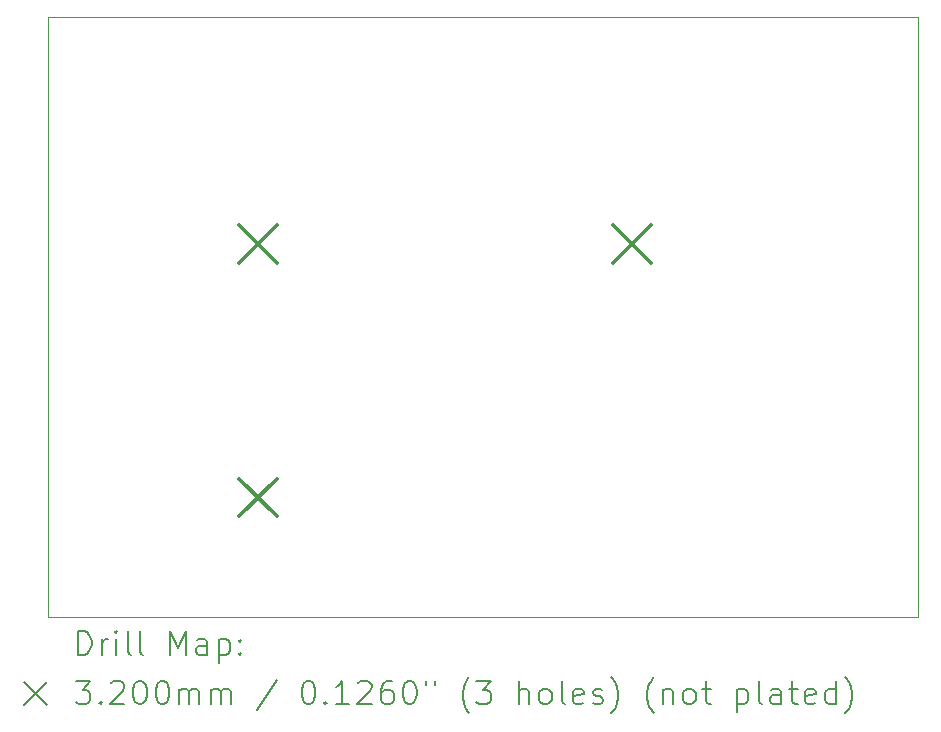
<source format=gbr>
%TF.GenerationSoftware,KiCad,Pcbnew,8.0.3*%
%TF.CreationDate,2024-07-02T19:52:40-05:00*%
%TF.ProjectId,lucidGloves,6c756369-6447-46c6-9f76-65732e6b6963,rev?*%
%TF.SameCoordinates,Original*%
%TF.FileFunction,Drillmap*%
%TF.FilePolarity,Positive*%
%FSLAX45Y45*%
G04 Gerber Fmt 4.5, Leading zero omitted, Abs format (unit mm)*
G04 Created by KiCad (PCBNEW 8.0.3) date 2024-07-02 19:52:40*
%MOMM*%
%LPD*%
G01*
G04 APERTURE LIST*
%ADD10C,0.100000*%
%ADD11C,0.200000*%
%ADD12C,0.320000*%
G04 APERTURE END LIST*
D10*
X14351000Y-5080000D02*
X21717000Y-5080000D01*
X21717000Y-10160000D01*
X14351000Y-10160000D01*
X14351000Y-5080000D01*
D11*
D12*
X15969000Y-6840500D02*
X16289000Y-7160500D01*
X16289000Y-6840500D02*
X15969000Y-7160500D01*
X15969000Y-8984500D02*
X16289000Y-9304500D01*
X16289000Y-8984500D02*
X15969000Y-9304500D01*
X19140000Y-6840000D02*
X19460000Y-7160000D01*
X19460000Y-6840000D02*
X19140000Y-7160000D01*
D11*
X14606777Y-10476484D02*
X14606777Y-10276484D01*
X14606777Y-10276484D02*
X14654396Y-10276484D01*
X14654396Y-10276484D02*
X14682967Y-10286008D01*
X14682967Y-10286008D02*
X14702015Y-10305055D01*
X14702015Y-10305055D02*
X14711539Y-10324103D01*
X14711539Y-10324103D02*
X14721062Y-10362198D01*
X14721062Y-10362198D02*
X14721062Y-10390770D01*
X14721062Y-10390770D02*
X14711539Y-10428865D01*
X14711539Y-10428865D02*
X14702015Y-10447912D01*
X14702015Y-10447912D02*
X14682967Y-10466960D01*
X14682967Y-10466960D02*
X14654396Y-10476484D01*
X14654396Y-10476484D02*
X14606777Y-10476484D01*
X14806777Y-10476484D02*
X14806777Y-10343150D01*
X14806777Y-10381246D02*
X14816301Y-10362198D01*
X14816301Y-10362198D02*
X14825824Y-10352674D01*
X14825824Y-10352674D02*
X14844872Y-10343150D01*
X14844872Y-10343150D02*
X14863920Y-10343150D01*
X14930586Y-10476484D02*
X14930586Y-10343150D01*
X14930586Y-10276484D02*
X14921062Y-10286008D01*
X14921062Y-10286008D02*
X14930586Y-10295531D01*
X14930586Y-10295531D02*
X14940110Y-10286008D01*
X14940110Y-10286008D02*
X14930586Y-10276484D01*
X14930586Y-10276484D02*
X14930586Y-10295531D01*
X15054396Y-10476484D02*
X15035348Y-10466960D01*
X15035348Y-10466960D02*
X15025824Y-10447912D01*
X15025824Y-10447912D02*
X15025824Y-10276484D01*
X15159158Y-10476484D02*
X15140110Y-10466960D01*
X15140110Y-10466960D02*
X15130586Y-10447912D01*
X15130586Y-10447912D02*
X15130586Y-10276484D01*
X15387729Y-10476484D02*
X15387729Y-10276484D01*
X15387729Y-10276484D02*
X15454396Y-10419341D01*
X15454396Y-10419341D02*
X15521062Y-10276484D01*
X15521062Y-10276484D02*
X15521062Y-10476484D01*
X15702015Y-10476484D02*
X15702015Y-10371722D01*
X15702015Y-10371722D02*
X15692491Y-10352674D01*
X15692491Y-10352674D02*
X15673443Y-10343150D01*
X15673443Y-10343150D02*
X15635348Y-10343150D01*
X15635348Y-10343150D02*
X15616301Y-10352674D01*
X15702015Y-10466960D02*
X15682967Y-10476484D01*
X15682967Y-10476484D02*
X15635348Y-10476484D01*
X15635348Y-10476484D02*
X15616301Y-10466960D01*
X15616301Y-10466960D02*
X15606777Y-10447912D01*
X15606777Y-10447912D02*
X15606777Y-10428865D01*
X15606777Y-10428865D02*
X15616301Y-10409817D01*
X15616301Y-10409817D02*
X15635348Y-10400293D01*
X15635348Y-10400293D02*
X15682967Y-10400293D01*
X15682967Y-10400293D02*
X15702015Y-10390770D01*
X15797253Y-10343150D02*
X15797253Y-10543150D01*
X15797253Y-10352674D02*
X15816301Y-10343150D01*
X15816301Y-10343150D02*
X15854396Y-10343150D01*
X15854396Y-10343150D02*
X15873443Y-10352674D01*
X15873443Y-10352674D02*
X15882967Y-10362198D01*
X15882967Y-10362198D02*
X15892491Y-10381246D01*
X15892491Y-10381246D02*
X15892491Y-10438389D01*
X15892491Y-10438389D02*
X15882967Y-10457436D01*
X15882967Y-10457436D02*
X15873443Y-10466960D01*
X15873443Y-10466960D02*
X15854396Y-10476484D01*
X15854396Y-10476484D02*
X15816301Y-10476484D01*
X15816301Y-10476484D02*
X15797253Y-10466960D01*
X15978205Y-10457436D02*
X15987729Y-10466960D01*
X15987729Y-10466960D02*
X15978205Y-10476484D01*
X15978205Y-10476484D02*
X15968682Y-10466960D01*
X15968682Y-10466960D02*
X15978205Y-10457436D01*
X15978205Y-10457436D02*
X15978205Y-10476484D01*
X15978205Y-10352674D02*
X15987729Y-10362198D01*
X15987729Y-10362198D02*
X15978205Y-10371722D01*
X15978205Y-10371722D02*
X15968682Y-10362198D01*
X15968682Y-10362198D02*
X15978205Y-10352674D01*
X15978205Y-10352674D02*
X15978205Y-10371722D01*
X14146000Y-10705000D02*
X14346000Y-10905000D01*
X14346000Y-10705000D02*
X14146000Y-10905000D01*
X14587729Y-10696484D02*
X14711539Y-10696484D01*
X14711539Y-10696484D02*
X14644872Y-10772674D01*
X14644872Y-10772674D02*
X14673443Y-10772674D01*
X14673443Y-10772674D02*
X14692491Y-10782198D01*
X14692491Y-10782198D02*
X14702015Y-10791722D01*
X14702015Y-10791722D02*
X14711539Y-10810770D01*
X14711539Y-10810770D02*
X14711539Y-10858389D01*
X14711539Y-10858389D02*
X14702015Y-10877436D01*
X14702015Y-10877436D02*
X14692491Y-10886960D01*
X14692491Y-10886960D02*
X14673443Y-10896484D01*
X14673443Y-10896484D02*
X14616301Y-10896484D01*
X14616301Y-10896484D02*
X14597253Y-10886960D01*
X14597253Y-10886960D02*
X14587729Y-10877436D01*
X14797253Y-10877436D02*
X14806777Y-10886960D01*
X14806777Y-10886960D02*
X14797253Y-10896484D01*
X14797253Y-10896484D02*
X14787729Y-10886960D01*
X14787729Y-10886960D02*
X14797253Y-10877436D01*
X14797253Y-10877436D02*
X14797253Y-10896484D01*
X14882967Y-10715531D02*
X14892491Y-10706008D01*
X14892491Y-10706008D02*
X14911539Y-10696484D01*
X14911539Y-10696484D02*
X14959158Y-10696484D01*
X14959158Y-10696484D02*
X14978205Y-10706008D01*
X14978205Y-10706008D02*
X14987729Y-10715531D01*
X14987729Y-10715531D02*
X14997253Y-10734579D01*
X14997253Y-10734579D02*
X14997253Y-10753627D01*
X14997253Y-10753627D02*
X14987729Y-10782198D01*
X14987729Y-10782198D02*
X14873443Y-10896484D01*
X14873443Y-10896484D02*
X14997253Y-10896484D01*
X15121062Y-10696484D02*
X15140110Y-10696484D01*
X15140110Y-10696484D02*
X15159158Y-10706008D01*
X15159158Y-10706008D02*
X15168682Y-10715531D01*
X15168682Y-10715531D02*
X15178205Y-10734579D01*
X15178205Y-10734579D02*
X15187729Y-10772674D01*
X15187729Y-10772674D02*
X15187729Y-10820293D01*
X15187729Y-10820293D02*
X15178205Y-10858389D01*
X15178205Y-10858389D02*
X15168682Y-10877436D01*
X15168682Y-10877436D02*
X15159158Y-10886960D01*
X15159158Y-10886960D02*
X15140110Y-10896484D01*
X15140110Y-10896484D02*
X15121062Y-10896484D01*
X15121062Y-10896484D02*
X15102015Y-10886960D01*
X15102015Y-10886960D02*
X15092491Y-10877436D01*
X15092491Y-10877436D02*
X15082967Y-10858389D01*
X15082967Y-10858389D02*
X15073443Y-10820293D01*
X15073443Y-10820293D02*
X15073443Y-10772674D01*
X15073443Y-10772674D02*
X15082967Y-10734579D01*
X15082967Y-10734579D02*
X15092491Y-10715531D01*
X15092491Y-10715531D02*
X15102015Y-10706008D01*
X15102015Y-10706008D02*
X15121062Y-10696484D01*
X15311539Y-10696484D02*
X15330586Y-10696484D01*
X15330586Y-10696484D02*
X15349634Y-10706008D01*
X15349634Y-10706008D02*
X15359158Y-10715531D01*
X15359158Y-10715531D02*
X15368682Y-10734579D01*
X15368682Y-10734579D02*
X15378205Y-10772674D01*
X15378205Y-10772674D02*
X15378205Y-10820293D01*
X15378205Y-10820293D02*
X15368682Y-10858389D01*
X15368682Y-10858389D02*
X15359158Y-10877436D01*
X15359158Y-10877436D02*
X15349634Y-10886960D01*
X15349634Y-10886960D02*
X15330586Y-10896484D01*
X15330586Y-10896484D02*
X15311539Y-10896484D01*
X15311539Y-10896484D02*
X15292491Y-10886960D01*
X15292491Y-10886960D02*
X15282967Y-10877436D01*
X15282967Y-10877436D02*
X15273443Y-10858389D01*
X15273443Y-10858389D02*
X15263920Y-10820293D01*
X15263920Y-10820293D02*
X15263920Y-10772674D01*
X15263920Y-10772674D02*
X15273443Y-10734579D01*
X15273443Y-10734579D02*
X15282967Y-10715531D01*
X15282967Y-10715531D02*
X15292491Y-10706008D01*
X15292491Y-10706008D02*
X15311539Y-10696484D01*
X15463920Y-10896484D02*
X15463920Y-10763150D01*
X15463920Y-10782198D02*
X15473443Y-10772674D01*
X15473443Y-10772674D02*
X15492491Y-10763150D01*
X15492491Y-10763150D02*
X15521063Y-10763150D01*
X15521063Y-10763150D02*
X15540110Y-10772674D01*
X15540110Y-10772674D02*
X15549634Y-10791722D01*
X15549634Y-10791722D02*
X15549634Y-10896484D01*
X15549634Y-10791722D02*
X15559158Y-10772674D01*
X15559158Y-10772674D02*
X15578205Y-10763150D01*
X15578205Y-10763150D02*
X15606777Y-10763150D01*
X15606777Y-10763150D02*
X15625824Y-10772674D01*
X15625824Y-10772674D02*
X15635348Y-10791722D01*
X15635348Y-10791722D02*
X15635348Y-10896484D01*
X15730586Y-10896484D02*
X15730586Y-10763150D01*
X15730586Y-10782198D02*
X15740110Y-10772674D01*
X15740110Y-10772674D02*
X15759158Y-10763150D01*
X15759158Y-10763150D02*
X15787729Y-10763150D01*
X15787729Y-10763150D02*
X15806777Y-10772674D01*
X15806777Y-10772674D02*
X15816301Y-10791722D01*
X15816301Y-10791722D02*
X15816301Y-10896484D01*
X15816301Y-10791722D02*
X15825824Y-10772674D01*
X15825824Y-10772674D02*
X15844872Y-10763150D01*
X15844872Y-10763150D02*
X15873443Y-10763150D01*
X15873443Y-10763150D02*
X15892491Y-10772674D01*
X15892491Y-10772674D02*
X15902015Y-10791722D01*
X15902015Y-10791722D02*
X15902015Y-10896484D01*
X16292491Y-10686960D02*
X16121063Y-10944103D01*
X16549634Y-10696484D02*
X16568682Y-10696484D01*
X16568682Y-10696484D02*
X16587729Y-10706008D01*
X16587729Y-10706008D02*
X16597253Y-10715531D01*
X16597253Y-10715531D02*
X16606777Y-10734579D01*
X16606777Y-10734579D02*
X16616301Y-10772674D01*
X16616301Y-10772674D02*
X16616301Y-10820293D01*
X16616301Y-10820293D02*
X16606777Y-10858389D01*
X16606777Y-10858389D02*
X16597253Y-10877436D01*
X16597253Y-10877436D02*
X16587729Y-10886960D01*
X16587729Y-10886960D02*
X16568682Y-10896484D01*
X16568682Y-10896484D02*
X16549634Y-10896484D01*
X16549634Y-10896484D02*
X16530586Y-10886960D01*
X16530586Y-10886960D02*
X16521063Y-10877436D01*
X16521063Y-10877436D02*
X16511539Y-10858389D01*
X16511539Y-10858389D02*
X16502015Y-10820293D01*
X16502015Y-10820293D02*
X16502015Y-10772674D01*
X16502015Y-10772674D02*
X16511539Y-10734579D01*
X16511539Y-10734579D02*
X16521063Y-10715531D01*
X16521063Y-10715531D02*
X16530586Y-10706008D01*
X16530586Y-10706008D02*
X16549634Y-10696484D01*
X16702015Y-10877436D02*
X16711539Y-10886960D01*
X16711539Y-10886960D02*
X16702015Y-10896484D01*
X16702015Y-10896484D02*
X16692491Y-10886960D01*
X16692491Y-10886960D02*
X16702015Y-10877436D01*
X16702015Y-10877436D02*
X16702015Y-10896484D01*
X16902015Y-10896484D02*
X16787729Y-10896484D01*
X16844872Y-10896484D02*
X16844872Y-10696484D01*
X16844872Y-10696484D02*
X16825825Y-10725055D01*
X16825825Y-10725055D02*
X16806777Y-10744103D01*
X16806777Y-10744103D02*
X16787729Y-10753627D01*
X16978206Y-10715531D02*
X16987729Y-10706008D01*
X16987729Y-10706008D02*
X17006777Y-10696484D01*
X17006777Y-10696484D02*
X17054396Y-10696484D01*
X17054396Y-10696484D02*
X17073444Y-10706008D01*
X17073444Y-10706008D02*
X17082968Y-10715531D01*
X17082968Y-10715531D02*
X17092491Y-10734579D01*
X17092491Y-10734579D02*
X17092491Y-10753627D01*
X17092491Y-10753627D02*
X17082968Y-10782198D01*
X17082968Y-10782198D02*
X16968682Y-10896484D01*
X16968682Y-10896484D02*
X17092491Y-10896484D01*
X17263920Y-10696484D02*
X17225825Y-10696484D01*
X17225825Y-10696484D02*
X17206777Y-10706008D01*
X17206777Y-10706008D02*
X17197253Y-10715531D01*
X17197253Y-10715531D02*
X17178206Y-10744103D01*
X17178206Y-10744103D02*
X17168682Y-10782198D01*
X17168682Y-10782198D02*
X17168682Y-10858389D01*
X17168682Y-10858389D02*
X17178206Y-10877436D01*
X17178206Y-10877436D02*
X17187729Y-10886960D01*
X17187729Y-10886960D02*
X17206777Y-10896484D01*
X17206777Y-10896484D02*
X17244872Y-10896484D01*
X17244872Y-10896484D02*
X17263920Y-10886960D01*
X17263920Y-10886960D02*
X17273444Y-10877436D01*
X17273444Y-10877436D02*
X17282968Y-10858389D01*
X17282968Y-10858389D02*
X17282968Y-10810770D01*
X17282968Y-10810770D02*
X17273444Y-10791722D01*
X17273444Y-10791722D02*
X17263920Y-10782198D01*
X17263920Y-10782198D02*
X17244872Y-10772674D01*
X17244872Y-10772674D02*
X17206777Y-10772674D01*
X17206777Y-10772674D02*
X17187729Y-10782198D01*
X17187729Y-10782198D02*
X17178206Y-10791722D01*
X17178206Y-10791722D02*
X17168682Y-10810770D01*
X17406777Y-10696484D02*
X17425825Y-10696484D01*
X17425825Y-10696484D02*
X17444872Y-10706008D01*
X17444872Y-10706008D02*
X17454396Y-10715531D01*
X17454396Y-10715531D02*
X17463920Y-10734579D01*
X17463920Y-10734579D02*
X17473444Y-10772674D01*
X17473444Y-10772674D02*
X17473444Y-10820293D01*
X17473444Y-10820293D02*
X17463920Y-10858389D01*
X17463920Y-10858389D02*
X17454396Y-10877436D01*
X17454396Y-10877436D02*
X17444872Y-10886960D01*
X17444872Y-10886960D02*
X17425825Y-10896484D01*
X17425825Y-10896484D02*
X17406777Y-10896484D01*
X17406777Y-10896484D02*
X17387729Y-10886960D01*
X17387729Y-10886960D02*
X17378206Y-10877436D01*
X17378206Y-10877436D02*
X17368682Y-10858389D01*
X17368682Y-10858389D02*
X17359158Y-10820293D01*
X17359158Y-10820293D02*
X17359158Y-10772674D01*
X17359158Y-10772674D02*
X17368682Y-10734579D01*
X17368682Y-10734579D02*
X17378206Y-10715531D01*
X17378206Y-10715531D02*
X17387729Y-10706008D01*
X17387729Y-10706008D02*
X17406777Y-10696484D01*
X17549634Y-10696484D02*
X17549634Y-10734579D01*
X17625825Y-10696484D02*
X17625825Y-10734579D01*
X17921063Y-10972674D02*
X17911539Y-10963150D01*
X17911539Y-10963150D02*
X17892491Y-10934579D01*
X17892491Y-10934579D02*
X17882968Y-10915531D01*
X17882968Y-10915531D02*
X17873444Y-10886960D01*
X17873444Y-10886960D02*
X17863920Y-10839341D01*
X17863920Y-10839341D02*
X17863920Y-10801246D01*
X17863920Y-10801246D02*
X17873444Y-10753627D01*
X17873444Y-10753627D02*
X17882968Y-10725055D01*
X17882968Y-10725055D02*
X17892491Y-10706008D01*
X17892491Y-10706008D02*
X17911539Y-10677436D01*
X17911539Y-10677436D02*
X17921063Y-10667912D01*
X17978206Y-10696484D02*
X18102015Y-10696484D01*
X18102015Y-10696484D02*
X18035349Y-10772674D01*
X18035349Y-10772674D02*
X18063920Y-10772674D01*
X18063920Y-10772674D02*
X18082968Y-10782198D01*
X18082968Y-10782198D02*
X18092491Y-10791722D01*
X18092491Y-10791722D02*
X18102015Y-10810770D01*
X18102015Y-10810770D02*
X18102015Y-10858389D01*
X18102015Y-10858389D02*
X18092491Y-10877436D01*
X18092491Y-10877436D02*
X18082968Y-10886960D01*
X18082968Y-10886960D02*
X18063920Y-10896484D01*
X18063920Y-10896484D02*
X18006777Y-10896484D01*
X18006777Y-10896484D02*
X17987730Y-10886960D01*
X17987730Y-10886960D02*
X17978206Y-10877436D01*
X18340111Y-10896484D02*
X18340111Y-10696484D01*
X18425825Y-10896484D02*
X18425825Y-10791722D01*
X18425825Y-10791722D02*
X18416301Y-10772674D01*
X18416301Y-10772674D02*
X18397253Y-10763150D01*
X18397253Y-10763150D02*
X18368682Y-10763150D01*
X18368682Y-10763150D02*
X18349634Y-10772674D01*
X18349634Y-10772674D02*
X18340111Y-10782198D01*
X18549634Y-10896484D02*
X18530587Y-10886960D01*
X18530587Y-10886960D02*
X18521063Y-10877436D01*
X18521063Y-10877436D02*
X18511539Y-10858389D01*
X18511539Y-10858389D02*
X18511539Y-10801246D01*
X18511539Y-10801246D02*
X18521063Y-10782198D01*
X18521063Y-10782198D02*
X18530587Y-10772674D01*
X18530587Y-10772674D02*
X18549634Y-10763150D01*
X18549634Y-10763150D02*
X18578206Y-10763150D01*
X18578206Y-10763150D02*
X18597253Y-10772674D01*
X18597253Y-10772674D02*
X18606777Y-10782198D01*
X18606777Y-10782198D02*
X18616301Y-10801246D01*
X18616301Y-10801246D02*
X18616301Y-10858389D01*
X18616301Y-10858389D02*
X18606777Y-10877436D01*
X18606777Y-10877436D02*
X18597253Y-10886960D01*
X18597253Y-10886960D02*
X18578206Y-10896484D01*
X18578206Y-10896484D02*
X18549634Y-10896484D01*
X18730587Y-10896484D02*
X18711539Y-10886960D01*
X18711539Y-10886960D02*
X18702015Y-10867912D01*
X18702015Y-10867912D02*
X18702015Y-10696484D01*
X18882968Y-10886960D02*
X18863920Y-10896484D01*
X18863920Y-10896484D02*
X18825825Y-10896484D01*
X18825825Y-10896484D02*
X18806777Y-10886960D01*
X18806777Y-10886960D02*
X18797253Y-10867912D01*
X18797253Y-10867912D02*
X18797253Y-10791722D01*
X18797253Y-10791722D02*
X18806777Y-10772674D01*
X18806777Y-10772674D02*
X18825825Y-10763150D01*
X18825825Y-10763150D02*
X18863920Y-10763150D01*
X18863920Y-10763150D02*
X18882968Y-10772674D01*
X18882968Y-10772674D02*
X18892492Y-10791722D01*
X18892492Y-10791722D02*
X18892492Y-10810770D01*
X18892492Y-10810770D02*
X18797253Y-10829817D01*
X18968682Y-10886960D02*
X18987730Y-10896484D01*
X18987730Y-10896484D02*
X19025825Y-10896484D01*
X19025825Y-10896484D02*
X19044873Y-10886960D01*
X19044873Y-10886960D02*
X19054396Y-10867912D01*
X19054396Y-10867912D02*
X19054396Y-10858389D01*
X19054396Y-10858389D02*
X19044873Y-10839341D01*
X19044873Y-10839341D02*
X19025825Y-10829817D01*
X19025825Y-10829817D02*
X18997253Y-10829817D01*
X18997253Y-10829817D02*
X18978206Y-10820293D01*
X18978206Y-10820293D02*
X18968682Y-10801246D01*
X18968682Y-10801246D02*
X18968682Y-10791722D01*
X18968682Y-10791722D02*
X18978206Y-10772674D01*
X18978206Y-10772674D02*
X18997253Y-10763150D01*
X18997253Y-10763150D02*
X19025825Y-10763150D01*
X19025825Y-10763150D02*
X19044873Y-10772674D01*
X19121063Y-10972674D02*
X19130587Y-10963150D01*
X19130587Y-10963150D02*
X19149634Y-10934579D01*
X19149634Y-10934579D02*
X19159158Y-10915531D01*
X19159158Y-10915531D02*
X19168682Y-10886960D01*
X19168682Y-10886960D02*
X19178206Y-10839341D01*
X19178206Y-10839341D02*
X19178206Y-10801246D01*
X19178206Y-10801246D02*
X19168682Y-10753627D01*
X19168682Y-10753627D02*
X19159158Y-10725055D01*
X19159158Y-10725055D02*
X19149634Y-10706008D01*
X19149634Y-10706008D02*
X19130587Y-10677436D01*
X19130587Y-10677436D02*
X19121063Y-10667912D01*
X19482968Y-10972674D02*
X19473444Y-10963150D01*
X19473444Y-10963150D02*
X19454396Y-10934579D01*
X19454396Y-10934579D02*
X19444873Y-10915531D01*
X19444873Y-10915531D02*
X19435349Y-10886960D01*
X19435349Y-10886960D02*
X19425825Y-10839341D01*
X19425825Y-10839341D02*
X19425825Y-10801246D01*
X19425825Y-10801246D02*
X19435349Y-10753627D01*
X19435349Y-10753627D02*
X19444873Y-10725055D01*
X19444873Y-10725055D02*
X19454396Y-10706008D01*
X19454396Y-10706008D02*
X19473444Y-10677436D01*
X19473444Y-10677436D02*
X19482968Y-10667912D01*
X19559158Y-10763150D02*
X19559158Y-10896484D01*
X19559158Y-10782198D02*
X19568682Y-10772674D01*
X19568682Y-10772674D02*
X19587730Y-10763150D01*
X19587730Y-10763150D02*
X19616301Y-10763150D01*
X19616301Y-10763150D02*
X19635349Y-10772674D01*
X19635349Y-10772674D02*
X19644873Y-10791722D01*
X19644873Y-10791722D02*
X19644873Y-10896484D01*
X19768682Y-10896484D02*
X19749634Y-10886960D01*
X19749634Y-10886960D02*
X19740111Y-10877436D01*
X19740111Y-10877436D02*
X19730587Y-10858389D01*
X19730587Y-10858389D02*
X19730587Y-10801246D01*
X19730587Y-10801246D02*
X19740111Y-10782198D01*
X19740111Y-10782198D02*
X19749634Y-10772674D01*
X19749634Y-10772674D02*
X19768682Y-10763150D01*
X19768682Y-10763150D02*
X19797254Y-10763150D01*
X19797254Y-10763150D02*
X19816301Y-10772674D01*
X19816301Y-10772674D02*
X19825825Y-10782198D01*
X19825825Y-10782198D02*
X19835349Y-10801246D01*
X19835349Y-10801246D02*
X19835349Y-10858389D01*
X19835349Y-10858389D02*
X19825825Y-10877436D01*
X19825825Y-10877436D02*
X19816301Y-10886960D01*
X19816301Y-10886960D02*
X19797254Y-10896484D01*
X19797254Y-10896484D02*
X19768682Y-10896484D01*
X19892492Y-10763150D02*
X19968682Y-10763150D01*
X19921063Y-10696484D02*
X19921063Y-10867912D01*
X19921063Y-10867912D02*
X19930587Y-10886960D01*
X19930587Y-10886960D02*
X19949634Y-10896484D01*
X19949634Y-10896484D02*
X19968682Y-10896484D01*
X20187730Y-10763150D02*
X20187730Y-10963150D01*
X20187730Y-10772674D02*
X20206777Y-10763150D01*
X20206777Y-10763150D02*
X20244873Y-10763150D01*
X20244873Y-10763150D02*
X20263920Y-10772674D01*
X20263920Y-10772674D02*
X20273444Y-10782198D01*
X20273444Y-10782198D02*
X20282968Y-10801246D01*
X20282968Y-10801246D02*
X20282968Y-10858389D01*
X20282968Y-10858389D02*
X20273444Y-10877436D01*
X20273444Y-10877436D02*
X20263920Y-10886960D01*
X20263920Y-10886960D02*
X20244873Y-10896484D01*
X20244873Y-10896484D02*
X20206777Y-10896484D01*
X20206777Y-10896484D02*
X20187730Y-10886960D01*
X20397254Y-10896484D02*
X20378206Y-10886960D01*
X20378206Y-10886960D02*
X20368682Y-10867912D01*
X20368682Y-10867912D02*
X20368682Y-10696484D01*
X20559158Y-10896484D02*
X20559158Y-10791722D01*
X20559158Y-10791722D02*
X20549635Y-10772674D01*
X20549635Y-10772674D02*
X20530587Y-10763150D01*
X20530587Y-10763150D02*
X20492492Y-10763150D01*
X20492492Y-10763150D02*
X20473444Y-10772674D01*
X20559158Y-10886960D02*
X20540111Y-10896484D01*
X20540111Y-10896484D02*
X20492492Y-10896484D01*
X20492492Y-10896484D02*
X20473444Y-10886960D01*
X20473444Y-10886960D02*
X20463920Y-10867912D01*
X20463920Y-10867912D02*
X20463920Y-10848865D01*
X20463920Y-10848865D02*
X20473444Y-10829817D01*
X20473444Y-10829817D02*
X20492492Y-10820293D01*
X20492492Y-10820293D02*
X20540111Y-10820293D01*
X20540111Y-10820293D02*
X20559158Y-10810770D01*
X20625825Y-10763150D02*
X20702015Y-10763150D01*
X20654396Y-10696484D02*
X20654396Y-10867912D01*
X20654396Y-10867912D02*
X20663920Y-10886960D01*
X20663920Y-10886960D02*
X20682968Y-10896484D01*
X20682968Y-10896484D02*
X20702015Y-10896484D01*
X20844873Y-10886960D02*
X20825825Y-10896484D01*
X20825825Y-10896484D02*
X20787730Y-10896484D01*
X20787730Y-10896484D02*
X20768682Y-10886960D01*
X20768682Y-10886960D02*
X20759158Y-10867912D01*
X20759158Y-10867912D02*
X20759158Y-10791722D01*
X20759158Y-10791722D02*
X20768682Y-10772674D01*
X20768682Y-10772674D02*
X20787730Y-10763150D01*
X20787730Y-10763150D02*
X20825825Y-10763150D01*
X20825825Y-10763150D02*
X20844873Y-10772674D01*
X20844873Y-10772674D02*
X20854396Y-10791722D01*
X20854396Y-10791722D02*
X20854396Y-10810770D01*
X20854396Y-10810770D02*
X20759158Y-10829817D01*
X21025825Y-10896484D02*
X21025825Y-10696484D01*
X21025825Y-10886960D02*
X21006777Y-10896484D01*
X21006777Y-10896484D02*
X20968682Y-10896484D01*
X20968682Y-10896484D02*
X20949635Y-10886960D01*
X20949635Y-10886960D02*
X20940111Y-10877436D01*
X20940111Y-10877436D02*
X20930587Y-10858389D01*
X20930587Y-10858389D02*
X20930587Y-10801246D01*
X20930587Y-10801246D02*
X20940111Y-10782198D01*
X20940111Y-10782198D02*
X20949635Y-10772674D01*
X20949635Y-10772674D02*
X20968682Y-10763150D01*
X20968682Y-10763150D02*
X21006777Y-10763150D01*
X21006777Y-10763150D02*
X21025825Y-10772674D01*
X21102016Y-10972674D02*
X21111539Y-10963150D01*
X21111539Y-10963150D02*
X21130587Y-10934579D01*
X21130587Y-10934579D02*
X21140111Y-10915531D01*
X21140111Y-10915531D02*
X21149635Y-10886960D01*
X21149635Y-10886960D02*
X21159158Y-10839341D01*
X21159158Y-10839341D02*
X21159158Y-10801246D01*
X21159158Y-10801246D02*
X21149635Y-10753627D01*
X21149635Y-10753627D02*
X21140111Y-10725055D01*
X21140111Y-10725055D02*
X21130587Y-10706008D01*
X21130587Y-10706008D02*
X21111539Y-10677436D01*
X21111539Y-10677436D02*
X21102016Y-10667912D01*
M02*

</source>
